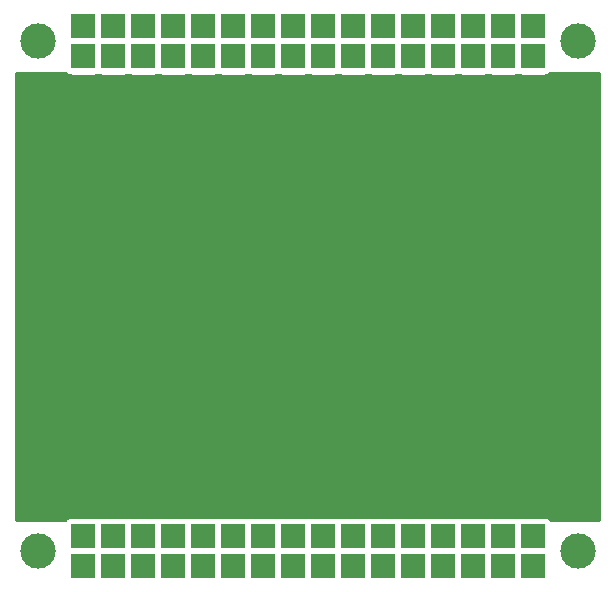
<source format=gbr>
G04 #@! TF.FileFunction,Copper,L2,Bot,Signal*
%FSLAX46Y46*%
G04 Gerber Fmt 4.6, Leading zero omitted, Abs format (unit mm)*
G04 Created by KiCad (PCBNEW 0.201602201416+6573~42~ubuntu14.04.1-product) date mer. 24 févr. 2016 22:45:01 CET*
%MOMM*%
G01*
G04 APERTURE LIST*
%ADD10C,0.100000*%
%ADD11R,1.998980X1.998980*%
%ADD12C,3.000000*%
%ADD13C,0.254000*%
G04 APERTURE END LIST*
D10*
D11*
X163830000Y-81280000D03*
X163830000Y-78740000D03*
X189230000Y-81280000D03*
X189230000Y-78740000D03*
X189230000Y-124460000D03*
X189230000Y-121920000D03*
X163830000Y-124460000D03*
X163830000Y-121920000D03*
X166370000Y-124460000D03*
X168910000Y-121920000D03*
X168910000Y-124460000D03*
X161290000Y-121920000D03*
X166370000Y-121920000D03*
X171450000Y-124460000D03*
X171450000Y-121920000D03*
X173990000Y-124460000D03*
X173990000Y-121920000D03*
X176530000Y-121920000D03*
X194310000Y-124460000D03*
X194310000Y-121920000D03*
X191770000Y-121920000D03*
X196850000Y-124460000D03*
X196850000Y-121920000D03*
X181610000Y-121920000D03*
X179070000Y-124460000D03*
X181610000Y-124460000D03*
X179070000Y-121920000D03*
X176530000Y-124460000D03*
X184150000Y-124460000D03*
X184150000Y-121920000D03*
X191770000Y-124460000D03*
X186690000Y-121920000D03*
X186690000Y-124460000D03*
X158750000Y-124460000D03*
X161290000Y-124460000D03*
X158750000Y-121920000D03*
X181610000Y-81280000D03*
X179070000Y-81280000D03*
X176530000Y-81280000D03*
X184150000Y-81280000D03*
X196850000Y-81280000D03*
X186690000Y-81280000D03*
X191770000Y-81280000D03*
X194310000Y-81280000D03*
X161290000Y-81280000D03*
X158750000Y-81280000D03*
X173990000Y-81280000D03*
X168910000Y-81280000D03*
X166370000Y-81280000D03*
X171450000Y-81280000D03*
X161290000Y-78740000D03*
X158750000Y-78740000D03*
X196850000Y-78740000D03*
X194310000Y-78740000D03*
X191770000Y-78740000D03*
X186690000Y-78740000D03*
X184150000Y-78740000D03*
X181610000Y-78740000D03*
X179070000Y-78740000D03*
X176530000Y-78740000D03*
X173990000Y-78740000D03*
X168910000Y-78740000D03*
X171450000Y-78740000D03*
X166370000Y-78740000D03*
D12*
X154940000Y-80010000D03*
X154940000Y-123190000D03*
X200660000Y-123190000D03*
X200660000Y-80010000D03*
D13*
G36*
X157257275Y-82684281D02*
X157292701Y-82737299D01*
X157345721Y-82772726D01*
X157390812Y-82817817D01*
X157449724Y-82842219D01*
X157502745Y-82877647D01*
X157565288Y-82890087D01*
X157624201Y-82914490D01*
X157687969Y-82914490D01*
X157750510Y-82926930D01*
X159749490Y-82926930D01*
X159812031Y-82914490D01*
X159875799Y-82914490D01*
X159934712Y-82890087D01*
X159997255Y-82877647D01*
X160020000Y-82862449D01*
X160042745Y-82877647D01*
X160105288Y-82890087D01*
X160164201Y-82914490D01*
X160227969Y-82914490D01*
X160290510Y-82926930D01*
X162289490Y-82926930D01*
X162352031Y-82914490D01*
X162415799Y-82914490D01*
X162474712Y-82890087D01*
X162537255Y-82877647D01*
X162560000Y-82862449D01*
X162582745Y-82877647D01*
X162645288Y-82890087D01*
X162704201Y-82914490D01*
X162767969Y-82914490D01*
X162830510Y-82926930D01*
X164829490Y-82926930D01*
X164892031Y-82914490D01*
X164955799Y-82914490D01*
X165014712Y-82890087D01*
X165077255Y-82877647D01*
X165100000Y-82862449D01*
X165122745Y-82877647D01*
X165185288Y-82890087D01*
X165244201Y-82914490D01*
X165307969Y-82914490D01*
X165370510Y-82926930D01*
X167369490Y-82926930D01*
X167432031Y-82914490D01*
X167495799Y-82914490D01*
X167554712Y-82890087D01*
X167617255Y-82877647D01*
X167640000Y-82862449D01*
X167662745Y-82877647D01*
X167725288Y-82890087D01*
X167784201Y-82914490D01*
X167847969Y-82914490D01*
X167910510Y-82926930D01*
X169909490Y-82926930D01*
X169972031Y-82914490D01*
X170035799Y-82914490D01*
X170094712Y-82890087D01*
X170157255Y-82877647D01*
X170180000Y-82862449D01*
X170202745Y-82877647D01*
X170265288Y-82890087D01*
X170324201Y-82914490D01*
X170387969Y-82914490D01*
X170450510Y-82926930D01*
X172449490Y-82926930D01*
X172512031Y-82914490D01*
X172575799Y-82914490D01*
X172634712Y-82890087D01*
X172697255Y-82877647D01*
X172720000Y-82862449D01*
X172742745Y-82877647D01*
X172805288Y-82890087D01*
X172864201Y-82914490D01*
X172927969Y-82914490D01*
X172990510Y-82926930D01*
X174989490Y-82926930D01*
X175052031Y-82914490D01*
X175115799Y-82914490D01*
X175174712Y-82890087D01*
X175237255Y-82877647D01*
X175260000Y-82862449D01*
X175282745Y-82877647D01*
X175345288Y-82890087D01*
X175404201Y-82914490D01*
X175467969Y-82914490D01*
X175530510Y-82926930D01*
X177529490Y-82926930D01*
X177592031Y-82914490D01*
X177655799Y-82914490D01*
X177714712Y-82890087D01*
X177777255Y-82877647D01*
X177800000Y-82862449D01*
X177822745Y-82877647D01*
X177885288Y-82890087D01*
X177944201Y-82914490D01*
X178007969Y-82914490D01*
X178070510Y-82926930D01*
X180069490Y-82926930D01*
X180132031Y-82914490D01*
X180195799Y-82914490D01*
X180254712Y-82890087D01*
X180317255Y-82877647D01*
X180340000Y-82862449D01*
X180362745Y-82877647D01*
X180425288Y-82890087D01*
X180484201Y-82914490D01*
X180547969Y-82914490D01*
X180610510Y-82926930D01*
X182609490Y-82926930D01*
X182672031Y-82914490D01*
X182735799Y-82914490D01*
X182794712Y-82890087D01*
X182857255Y-82877647D01*
X182880000Y-82862449D01*
X182902745Y-82877647D01*
X182965288Y-82890087D01*
X183024201Y-82914490D01*
X183087969Y-82914490D01*
X183150510Y-82926930D01*
X185149490Y-82926930D01*
X185212031Y-82914490D01*
X185275799Y-82914490D01*
X185334712Y-82890087D01*
X185397255Y-82877647D01*
X185420000Y-82862449D01*
X185442745Y-82877647D01*
X185505288Y-82890087D01*
X185564201Y-82914490D01*
X185627969Y-82914490D01*
X185690510Y-82926930D01*
X187689490Y-82926930D01*
X187752031Y-82914490D01*
X187815799Y-82914490D01*
X187874712Y-82890087D01*
X187937255Y-82877647D01*
X187960000Y-82862449D01*
X187982745Y-82877647D01*
X188045288Y-82890087D01*
X188104201Y-82914490D01*
X188167969Y-82914490D01*
X188230510Y-82926930D01*
X190229490Y-82926930D01*
X190292031Y-82914490D01*
X190355799Y-82914490D01*
X190414712Y-82890087D01*
X190477255Y-82877647D01*
X190500000Y-82862449D01*
X190522745Y-82877647D01*
X190585288Y-82890087D01*
X190644201Y-82914490D01*
X190707969Y-82914490D01*
X190770510Y-82926930D01*
X192769490Y-82926930D01*
X192832031Y-82914490D01*
X192895799Y-82914490D01*
X192954712Y-82890087D01*
X193017255Y-82877647D01*
X193040000Y-82862449D01*
X193062745Y-82877647D01*
X193125288Y-82890087D01*
X193184201Y-82914490D01*
X193247969Y-82914490D01*
X193310510Y-82926930D01*
X195309490Y-82926930D01*
X195372031Y-82914490D01*
X195435799Y-82914490D01*
X195494712Y-82890087D01*
X195557255Y-82877647D01*
X195580000Y-82862449D01*
X195602745Y-82877647D01*
X195665288Y-82890087D01*
X195724201Y-82914490D01*
X195787969Y-82914490D01*
X195850510Y-82926930D01*
X197849490Y-82926930D01*
X197912031Y-82914490D01*
X197975799Y-82914490D01*
X198034712Y-82890087D01*
X198097255Y-82877647D01*
X198150276Y-82842219D01*
X198209188Y-82817817D01*
X198254279Y-82772726D01*
X198307299Y-82737299D01*
X198342725Y-82684281D01*
X198350006Y-82677000D01*
X202490000Y-82677000D01*
X202490000Y-120523000D01*
X198350006Y-120523000D01*
X198342725Y-120515719D01*
X198307299Y-120462701D01*
X198254279Y-120427274D01*
X198209188Y-120382183D01*
X198150276Y-120357781D01*
X198097255Y-120322353D01*
X198034712Y-120309913D01*
X197975799Y-120285510D01*
X197912031Y-120285510D01*
X197849490Y-120273070D01*
X195850510Y-120273070D01*
X195787969Y-120285510D01*
X195724201Y-120285510D01*
X195665288Y-120309913D01*
X195602745Y-120322353D01*
X195580000Y-120337551D01*
X195557255Y-120322353D01*
X195494712Y-120309913D01*
X195435799Y-120285510D01*
X195372031Y-120285510D01*
X195309490Y-120273070D01*
X193310510Y-120273070D01*
X193247969Y-120285510D01*
X193184201Y-120285510D01*
X193125288Y-120309913D01*
X193062745Y-120322353D01*
X193040000Y-120337551D01*
X193017255Y-120322353D01*
X192954712Y-120309913D01*
X192895799Y-120285510D01*
X192832031Y-120285510D01*
X192769490Y-120273070D01*
X190770510Y-120273070D01*
X190707969Y-120285510D01*
X190644201Y-120285510D01*
X190585288Y-120309913D01*
X190522745Y-120322353D01*
X190500000Y-120337551D01*
X190477255Y-120322353D01*
X190414712Y-120309913D01*
X190355799Y-120285510D01*
X190292031Y-120285510D01*
X190229490Y-120273070D01*
X188230510Y-120273070D01*
X188167969Y-120285510D01*
X188104201Y-120285510D01*
X188045288Y-120309913D01*
X187982745Y-120322353D01*
X187960000Y-120337551D01*
X187937255Y-120322353D01*
X187874712Y-120309913D01*
X187815799Y-120285510D01*
X187752031Y-120285510D01*
X187689490Y-120273070D01*
X185690510Y-120273070D01*
X185627969Y-120285510D01*
X185564201Y-120285510D01*
X185505288Y-120309913D01*
X185442745Y-120322353D01*
X185420000Y-120337551D01*
X185397255Y-120322353D01*
X185334712Y-120309913D01*
X185275799Y-120285510D01*
X185212031Y-120285510D01*
X185149490Y-120273070D01*
X183150510Y-120273070D01*
X183087969Y-120285510D01*
X183024201Y-120285510D01*
X182965288Y-120309913D01*
X182902745Y-120322353D01*
X182880000Y-120337551D01*
X182857255Y-120322353D01*
X182794712Y-120309913D01*
X182735799Y-120285510D01*
X182672031Y-120285510D01*
X182609490Y-120273070D01*
X180610510Y-120273070D01*
X180547969Y-120285510D01*
X180484201Y-120285510D01*
X180425288Y-120309913D01*
X180362745Y-120322353D01*
X180340000Y-120337551D01*
X180317255Y-120322353D01*
X180254712Y-120309913D01*
X180195799Y-120285510D01*
X180132031Y-120285510D01*
X180069490Y-120273070D01*
X178070510Y-120273070D01*
X178007969Y-120285510D01*
X177944201Y-120285510D01*
X177885288Y-120309913D01*
X177822745Y-120322353D01*
X177800000Y-120337551D01*
X177777255Y-120322353D01*
X177714712Y-120309913D01*
X177655799Y-120285510D01*
X177592031Y-120285510D01*
X177529490Y-120273070D01*
X175530510Y-120273070D01*
X175467969Y-120285510D01*
X175404201Y-120285510D01*
X175345288Y-120309913D01*
X175282745Y-120322353D01*
X175260000Y-120337551D01*
X175237255Y-120322353D01*
X175174712Y-120309913D01*
X175115799Y-120285510D01*
X175052031Y-120285510D01*
X174989490Y-120273070D01*
X172990510Y-120273070D01*
X172927969Y-120285510D01*
X172864201Y-120285510D01*
X172805288Y-120309913D01*
X172742745Y-120322353D01*
X172720000Y-120337551D01*
X172697255Y-120322353D01*
X172634712Y-120309913D01*
X172575799Y-120285510D01*
X172512031Y-120285510D01*
X172449490Y-120273070D01*
X170450510Y-120273070D01*
X170387969Y-120285510D01*
X170324201Y-120285510D01*
X170265288Y-120309913D01*
X170202745Y-120322353D01*
X170180000Y-120337551D01*
X170157255Y-120322353D01*
X170094712Y-120309913D01*
X170035799Y-120285510D01*
X169972031Y-120285510D01*
X169909490Y-120273070D01*
X167910510Y-120273070D01*
X167847969Y-120285510D01*
X167784201Y-120285510D01*
X167725288Y-120309913D01*
X167662745Y-120322353D01*
X167640000Y-120337551D01*
X167617255Y-120322353D01*
X167554712Y-120309913D01*
X167495799Y-120285510D01*
X167432031Y-120285510D01*
X167369490Y-120273070D01*
X165370510Y-120273070D01*
X165307969Y-120285510D01*
X165244201Y-120285510D01*
X165185288Y-120309913D01*
X165122745Y-120322353D01*
X165100000Y-120337551D01*
X165077255Y-120322353D01*
X165014712Y-120309913D01*
X164955799Y-120285510D01*
X164892031Y-120285510D01*
X164829490Y-120273070D01*
X162830510Y-120273070D01*
X162767969Y-120285510D01*
X162704201Y-120285510D01*
X162645288Y-120309913D01*
X162582745Y-120322353D01*
X162560000Y-120337551D01*
X162537255Y-120322353D01*
X162474712Y-120309913D01*
X162415799Y-120285510D01*
X162352031Y-120285510D01*
X162289490Y-120273070D01*
X160290510Y-120273070D01*
X160227969Y-120285510D01*
X160164201Y-120285510D01*
X160105288Y-120309913D01*
X160042745Y-120322353D01*
X160020000Y-120337551D01*
X159997255Y-120322353D01*
X159934712Y-120309913D01*
X159875799Y-120285510D01*
X159812031Y-120285510D01*
X159749490Y-120273070D01*
X157750510Y-120273070D01*
X157687969Y-120285510D01*
X157624201Y-120285510D01*
X157565288Y-120309913D01*
X157502745Y-120322353D01*
X157449724Y-120357781D01*
X157390812Y-120382183D01*
X157345721Y-120427274D01*
X157292701Y-120462701D01*
X157257275Y-120515719D01*
X157249994Y-120523000D01*
X153110000Y-120523000D01*
X153110000Y-82677000D01*
X157249994Y-82677000D01*
X157257275Y-82684281D01*
X157257275Y-82684281D01*
G37*
X157257275Y-82684281D02*
X157292701Y-82737299D01*
X157345721Y-82772726D01*
X157390812Y-82817817D01*
X157449724Y-82842219D01*
X157502745Y-82877647D01*
X157565288Y-82890087D01*
X157624201Y-82914490D01*
X157687969Y-82914490D01*
X157750510Y-82926930D01*
X159749490Y-82926930D01*
X159812031Y-82914490D01*
X159875799Y-82914490D01*
X159934712Y-82890087D01*
X159997255Y-82877647D01*
X160020000Y-82862449D01*
X160042745Y-82877647D01*
X160105288Y-82890087D01*
X160164201Y-82914490D01*
X160227969Y-82914490D01*
X160290510Y-82926930D01*
X162289490Y-82926930D01*
X162352031Y-82914490D01*
X162415799Y-82914490D01*
X162474712Y-82890087D01*
X162537255Y-82877647D01*
X162560000Y-82862449D01*
X162582745Y-82877647D01*
X162645288Y-82890087D01*
X162704201Y-82914490D01*
X162767969Y-82914490D01*
X162830510Y-82926930D01*
X164829490Y-82926930D01*
X164892031Y-82914490D01*
X164955799Y-82914490D01*
X165014712Y-82890087D01*
X165077255Y-82877647D01*
X165100000Y-82862449D01*
X165122745Y-82877647D01*
X165185288Y-82890087D01*
X165244201Y-82914490D01*
X165307969Y-82914490D01*
X165370510Y-82926930D01*
X167369490Y-82926930D01*
X167432031Y-82914490D01*
X167495799Y-82914490D01*
X167554712Y-82890087D01*
X167617255Y-82877647D01*
X167640000Y-82862449D01*
X167662745Y-82877647D01*
X167725288Y-82890087D01*
X167784201Y-82914490D01*
X167847969Y-82914490D01*
X167910510Y-82926930D01*
X169909490Y-82926930D01*
X169972031Y-82914490D01*
X170035799Y-82914490D01*
X170094712Y-82890087D01*
X170157255Y-82877647D01*
X170180000Y-82862449D01*
X170202745Y-82877647D01*
X170265288Y-82890087D01*
X170324201Y-82914490D01*
X170387969Y-82914490D01*
X170450510Y-82926930D01*
X172449490Y-82926930D01*
X172512031Y-82914490D01*
X172575799Y-82914490D01*
X172634712Y-82890087D01*
X172697255Y-82877647D01*
X172720000Y-82862449D01*
X172742745Y-82877647D01*
X172805288Y-82890087D01*
X172864201Y-82914490D01*
X172927969Y-82914490D01*
X172990510Y-82926930D01*
X174989490Y-82926930D01*
X175052031Y-82914490D01*
X175115799Y-82914490D01*
X175174712Y-82890087D01*
X175237255Y-82877647D01*
X175260000Y-82862449D01*
X175282745Y-82877647D01*
X175345288Y-82890087D01*
X175404201Y-82914490D01*
X175467969Y-82914490D01*
X175530510Y-82926930D01*
X177529490Y-82926930D01*
X177592031Y-82914490D01*
X177655799Y-82914490D01*
X177714712Y-82890087D01*
X177777255Y-82877647D01*
X177800000Y-82862449D01*
X177822745Y-82877647D01*
X177885288Y-82890087D01*
X177944201Y-82914490D01*
X178007969Y-82914490D01*
X178070510Y-82926930D01*
X180069490Y-82926930D01*
X180132031Y-82914490D01*
X180195799Y-82914490D01*
X180254712Y-82890087D01*
X180317255Y-82877647D01*
X180340000Y-82862449D01*
X180362745Y-82877647D01*
X180425288Y-82890087D01*
X180484201Y-82914490D01*
X180547969Y-82914490D01*
X180610510Y-82926930D01*
X182609490Y-82926930D01*
X182672031Y-82914490D01*
X182735799Y-82914490D01*
X182794712Y-82890087D01*
X182857255Y-82877647D01*
X182880000Y-82862449D01*
X182902745Y-82877647D01*
X182965288Y-82890087D01*
X183024201Y-82914490D01*
X183087969Y-82914490D01*
X183150510Y-82926930D01*
X185149490Y-82926930D01*
X185212031Y-82914490D01*
X185275799Y-82914490D01*
X185334712Y-82890087D01*
X185397255Y-82877647D01*
X185420000Y-82862449D01*
X185442745Y-82877647D01*
X185505288Y-82890087D01*
X185564201Y-82914490D01*
X185627969Y-82914490D01*
X185690510Y-82926930D01*
X187689490Y-82926930D01*
X187752031Y-82914490D01*
X187815799Y-82914490D01*
X187874712Y-82890087D01*
X187937255Y-82877647D01*
X187960000Y-82862449D01*
X187982745Y-82877647D01*
X188045288Y-82890087D01*
X188104201Y-82914490D01*
X188167969Y-82914490D01*
X188230510Y-82926930D01*
X190229490Y-82926930D01*
X190292031Y-82914490D01*
X190355799Y-82914490D01*
X190414712Y-82890087D01*
X190477255Y-82877647D01*
X190500000Y-82862449D01*
X190522745Y-82877647D01*
X190585288Y-82890087D01*
X190644201Y-82914490D01*
X190707969Y-82914490D01*
X190770510Y-82926930D01*
X192769490Y-82926930D01*
X192832031Y-82914490D01*
X192895799Y-82914490D01*
X192954712Y-82890087D01*
X193017255Y-82877647D01*
X193040000Y-82862449D01*
X193062745Y-82877647D01*
X193125288Y-82890087D01*
X193184201Y-82914490D01*
X193247969Y-82914490D01*
X193310510Y-82926930D01*
X195309490Y-82926930D01*
X195372031Y-82914490D01*
X195435799Y-82914490D01*
X195494712Y-82890087D01*
X195557255Y-82877647D01*
X195580000Y-82862449D01*
X195602745Y-82877647D01*
X195665288Y-82890087D01*
X195724201Y-82914490D01*
X195787969Y-82914490D01*
X195850510Y-82926930D01*
X197849490Y-82926930D01*
X197912031Y-82914490D01*
X197975799Y-82914490D01*
X198034712Y-82890087D01*
X198097255Y-82877647D01*
X198150276Y-82842219D01*
X198209188Y-82817817D01*
X198254279Y-82772726D01*
X198307299Y-82737299D01*
X198342725Y-82684281D01*
X198350006Y-82677000D01*
X202490000Y-82677000D01*
X202490000Y-120523000D01*
X198350006Y-120523000D01*
X198342725Y-120515719D01*
X198307299Y-120462701D01*
X198254279Y-120427274D01*
X198209188Y-120382183D01*
X198150276Y-120357781D01*
X198097255Y-120322353D01*
X198034712Y-120309913D01*
X197975799Y-120285510D01*
X197912031Y-120285510D01*
X197849490Y-120273070D01*
X195850510Y-120273070D01*
X195787969Y-120285510D01*
X195724201Y-120285510D01*
X195665288Y-120309913D01*
X195602745Y-120322353D01*
X195580000Y-120337551D01*
X195557255Y-120322353D01*
X195494712Y-120309913D01*
X195435799Y-120285510D01*
X195372031Y-120285510D01*
X195309490Y-120273070D01*
X193310510Y-120273070D01*
X193247969Y-120285510D01*
X193184201Y-120285510D01*
X193125288Y-120309913D01*
X193062745Y-120322353D01*
X193040000Y-120337551D01*
X193017255Y-120322353D01*
X192954712Y-120309913D01*
X192895799Y-120285510D01*
X192832031Y-120285510D01*
X192769490Y-120273070D01*
X190770510Y-120273070D01*
X190707969Y-120285510D01*
X190644201Y-120285510D01*
X190585288Y-120309913D01*
X190522745Y-120322353D01*
X190500000Y-120337551D01*
X190477255Y-120322353D01*
X190414712Y-120309913D01*
X190355799Y-120285510D01*
X190292031Y-120285510D01*
X190229490Y-120273070D01*
X188230510Y-120273070D01*
X188167969Y-120285510D01*
X188104201Y-120285510D01*
X188045288Y-120309913D01*
X187982745Y-120322353D01*
X187960000Y-120337551D01*
X187937255Y-120322353D01*
X187874712Y-120309913D01*
X187815799Y-120285510D01*
X187752031Y-120285510D01*
X187689490Y-120273070D01*
X185690510Y-120273070D01*
X185627969Y-120285510D01*
X185564201Y-120285510D01*
X185505288Y-120309913D01*
X185442745Y-120322353D01*
X185420000Y-120337551D01*
X185397255Y-120322353D01*
X185334712Y-120309913D01*
X185275799Y-120285510D01*
X185212031Y-120285510D01*
X185149490Y-120273070D01*
X183150510Y-120273070D01*
X183087969Y-120285510D01*
X183024201Y-120285510D01*
X182965288Y-120309913D01*
X182902745Y-120322353D01*
X182880000Y-120337551D01*
X182857255Y-120322353D01*
X182794712Y-120309913D01*
X182735799Y-120285510D01*
X182672031Y-120285510D01*
X182609490Y-120273070D01*
X180610510Y-120273070D01*
X180547969Y-120285510D01*
X180484201Y-120285510D01*
X180425288Y-120309913D01*
X180362745Y-120322353D01*
X180340000Y-120337551D01*
X180317255Y-120322353D01*
X180254712Y-120309913D01*
X180195799Y-120285510D01*
X180132031Y-120285510D01*
X180069490Y-120273070D01*
X178070510Y-120273070D01*
X178007969Y-120285510D01*
X177944201Y-120285510D01*
X177885288Y-120309913D01*
X177822745Y-120322353D01*
X177800000Y-120337551D01*
X177777255Y-120322353D01*
X177714712Y-120309913D01*
X177655799Y-120285510D01*
X177592031Y-120285510D01*
X177529490Y-120273070D01*
X175530510Y-120273070D01*
X175467969Y-120285510D01*
X175404201Y-120285510D01*
X175345288Y-120309913D01*
X175282745Y-120322353D01*
X175260000Y-120337551D01*
X175237255Y-120322353D01*
X175174712Y-120309913D01*
X175115799Y-120285510D01*
X175052031Y-120285510D01*
X174989490Y-120273070D01*
X172990510Y-120273070D01*
X172927969Y-120285510D01*
X172864201Y-120285510D01*
X172805288Y-120309913D01*
X172742745Y-120322353D01*
X172720000Y-120337551D01*
X172697255Y-120322353D01*
X172634712Y-120309913D01*
X172575799Y-120285510D01*
X172512031Y-120285510D01*
X172449490Y-120273070D01*
X170450510Y-120273070D01*
X170387969Y-120285510D01*
X170324201Y-120285510D01*
X170265288Y-120309913D01*
X170202745Y-120322353D01*
X170180000Y-120337551D01*
X170157255Y-120322353D01*
X170094712Y-120309913D01*
X170035799Y-120285510D01*
X169972031Y-120285510D01*
X169909490Y-120273070D01*
X167910510Y-120273070D01*
X167847969Y-120285510D01*
X167784201Y-120285510D01*
X167725288Y-120309913D01*
X167662745Y-120322353D01*
X167640000Y-120337551D01*
X167617255Y-120322353D01*
X167554712Y-120309913D01*
X167495799Y-120285510D01*
X167432031Y-120285510D01*
X167369490Y-120273070D01*
X165370510Y-120273070D01*
X165307969Y-120285510D01*
X165244201Y-120285510D01*
X165185288Y-120309913D01*
X165122745Y-120322353D01*
X165100000Y-120337551D01*
X165077255Y-120322353D01*
X165014712Y-120309913D01*
X164955799Y-120285510D01*
X164892031Y-120285510D01*
X164829490Y-120273070D01*
X162830510Y-120273070D01*
X162767969Y-120285510D01*
X162704201Y-120285510D01*
X162645288Y-120309913D01*
X162582745Y-120322353D01*
X162560000Y-120337551D01*
X162537255Y-120322353D01*
X162474712Y-120309913D01*
X162415799Y-120285510D01*
X162352031Y-120285510D01*
X162289490Y-120273070D01*
X160290510Y-120273070D01*
X160227969Y-120285510D01*
X160164201Y-120285510D01*
X160105288Y-120309913D01*
X160042745Y-120322353D01*
X160020000Y-120337551D01*
X159997255Y-120322353D01*
X159934712Y-120309913D01*
X159875799Y-120285510D01*
X159812031Y-120285510D01*
X159749490Y-120273070D01*
X157750510Y-120273070D01*
X157687969Y-120285510D01*
X157624201Y-120285510D01*
X157565288Y-120309913D01*
X157502745Y-120322353D01*
X157449724Y-120357781D01*
X157390812Y-120382183D01*
X157345721Y-120427274D01*
X157292701Y-120462701D01*
X157257275Y-120515719D01*
X157249994Y-120523000D01*
X153110000Y-120523000D01*
X153110000Y-82677000D01*
X157249994Y-82677000D01*
X157257275Y-82684281D01*
M02*

</source>
